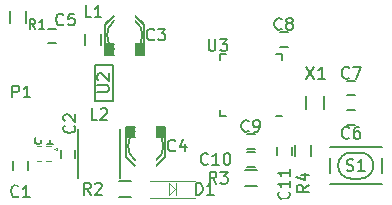
<source format=gbr>
G04 #@! TF.FileFunction,Legend,Top*
%FSLAX46Y46*%
G04 Gerber Fmt 4.6, Leading zero omitted, Abs format (unit mm)*
G04 Created by KiCad (PCBNEW (2015-08-16 BZR 6097, Git b384c94)-product) date 05/01/2016 15:12:39*
%MOMM*%
G01*
G04 APERTURE LIST*
%ADD10C,0.100000*%
%ADD11C,0.150000*%
%ADD12C,0.050000*%
%ADD13R,2.152400X2.152400*%
%ADD14R,1.752600X2.352040*%
%ADD15R,1.402400X0.752400*%
%ADD16R,1.052400X1.352400*%
%ADD17C,2.500000*%
%ADD18R,0.852400X0.402400*%
%ADD19R,0.402400X0.852400*%
%ADD20R,1.877400X1.877400*%
%ADD21R,1.352400X0.902400*%
%ADD22R,0.902400X1.352400*%
%ADD23R,1.352400X1.052400*%
%ADD24R,0.502400X0.332400*%
%ADD25R,0.452400X1.652400*%
%ADD26R,2.052400X1.252400*%
%ADD27R,1.202400X0.802400*%
%ADD28R,1.879600X2.184400*%
%ADD29R,1.750000X0.800000*%
%ADD30C,2.550000*%
%ADD31R,1.400000X1.750000*%
G04 APERTURE END LIST*
D10*
D11*
X164454000Y-90182000D02*
X163704000Y-90182000D01*
X166904000Y-89282000D02*
X166904000Y-90182000D01*
X166854000Y-89282000D02*
X166904000Y-89282000D01*
X166854000Y-90182000D02*
X166854000Y-89282000D01*
X166754000Y-90182000D02*
X166854000Y-90182000D01*
X166754000Y-89282000D02*
X166754000Y-90182000D01*
X166654000Y-89282000D02*
X166754000Y-89282000D01*
X166654000Y-90182000D02*
X166654000Y-89282000D01*
X166554000Y-90182000D02*
X166654000Y-90182000D01*
X166554000Y-89282000D02*
X166554000Y-90182000D01*
X166454000Y-89282000D02*
X166554000Y-89282000D01*
X166454000Y-90182000D02*
X166454000Y-89282000D01*
X166404000Y-90182000D02*
X166454000Y-90182000D01*
X166354000Y-90182000D02*
X166454000Y-90182000D01*
X166354000Y-89282000D02*
X166354000Y-90182000D01*
X163804000Y-89282000D02*
X163804000Y-90182000D01*
X163904000Y-89282000D02*
X163804000Y-89282000D01*
X163904000Y-90182000D02*
X163904000Y-89282000D01*
X164004000Y-90182000D02*
X163904000Y-90182000D01*
X164004000Y-89282000D02*
X164004000Y-90182000D01*
X164104000Y-89282000D02*
X164004000Y-89282000D01*
X164104000Y-90182000D02*
X164104000Y-89282000D01*
X164204000Y-90182000D02*
X164104000Y-90182000D01*
X164204000Y-89282000D02*
X164204000Y-90182000D01*
X164304000Y-89282000D02*
X164204000Y-89282000D01*
X164304000Y-90182000D02*
X164304000Y-89282000D01*
X164404000Y-90182000D02*
X164304000Y-90182000D01*
X164404000Y-89282000D02*
X164404000Y-90182000D01*
X166304000Y-90182000D02*
X166304000Y-89282000D01*
X166954000Y-90182000D02*
X166254000Y-90182000D01*
X164454000Y-89732000D02*
G75*
G03X164454000Y-92132000I900000J-1200000D01*
G01*
X166254000Y-92132000D02*
G75*
G03X166254000Y-89732000I-900000J1200000D01*
G01*
X163704000Y-91832000D02*
X164454000Y-92582000D01*
X163704000Y-89282000D02*
X163704000Y-91832000D01*
X164454000Y-89282000D02*
X163704000Y-89282000D01*
X166254000Y-89282000D02*
X167004000Y-89282000D01*
X167004000Y-89282000D02*
X167004000Y-91832000D01*
X167004000Y-91832000D02*
X166254000Y-92582000D01*
X163703000Y-89281000D02*
X163703000Y-91821000D01*
X163703000Y-91821000D02*
X164465000Y-92583000D01*
X166243000Y-92583000D02*
X167005000Y-91821000D01*
X164476000Y-82284000D02*
X165226000Y-82284000D01*
X162026000Y-83184000D02*
X162026000Y-82284000D01*
X162076000Y-83184000D02*
X162026000Y-83184000D01*
X162076000Y-82284000D02*
X162076000Y-83184000D01*
X162176000Y-82284000D02*
X162076000Y-82284000D01*
X162176000Y-83184000D02*
X162176000Y-82284000D01*
X162276000Y-83184000D02*
X162176000Y-83184000D01*
X162276000Y-82284000D02*
X162276000Y-83184000D01*
X162376000Y-82284000D02*
X162276000Y-82284000D01*
X162376000Y-83184000D02*
X162376000Y-82284000D01*
X162476000Y-83184000D02*
X162376000Y-83184000D01*
X162476000Y-82284000D02*
X162476000Y-83184000D01*
X162526000Y-82284000D02*
X162476000Y-82284000D01*
X162576000Y-82284000D02*
X162476000Y-82284000D01*
X162576000Y-83184000D02*
X162576000Y-82284000D01*
X165126000Y-83184000D02*
X165126000Y-82284000D01*
X165026000Y-83184000D02*
X165126000Y-83184000D01*
X165026000Y-82284000D02*
X165026000Y-83184000D01*
X164926000Y-82284000D02*
X165026000Y-82284000D01*
X164926000Y-83184000D02*
X164926000Y-82284000D01*
X164826000Y-83184000D02*
X164926000Y-83184000D01*
X164826000Y-82284000D02*
X164826000Y-83184000D01*
X164726000Y-82284000D02*
X164826000Y-82284000D01*
X164726000Y-83184000D02*
X164726000Y-82284000D01*
X164626000Y-83184000D02*
X164726000Y-83184000D01*
X164626000Y-82284000D02*
X164626000Y-83184000D01*
X164526000Y-82284000D02*
X164626000Y-82284000D01*
X164526000Y-83184000D02*
X164526000Y-82284000D01*
X162626000Y-82284000D02*
X162626000Y-83184000D01*
X161976000Y-82284000D02*
X162676000Y-82284000D01*
X164476000Y-82734000D02*
G75*
G03X164476000Y-80334000I-900000J1200000D01*
G01*
X162676000Y-80334000D02*
G75*
G03X162676000Y-82734000I900000J-1200000D01*
G01*
X165226000Y-80634000D02*
X164476000Y-79884000D01*
X165226000Y-83184000D02*
X165226000Y-80634000D01*
X164476000Y-83184000D02*
X165226000Y-83184000D01*
X162676000Y-83184000D02*
X161926000Y-83184000D01*
X161926000Y-83184000D02*
X161926000Y-80634000D01*
X161926000Y-80634000D02*
X162676000Y-79884000D01*
X165227000Y-83185000D02*
X165227000Y-80645000D01*
X165227000Y-80645000D02*
X164465000Y-79883000D01*
X162687000Y-79883000D02*
X161925000Y-80645000D01*
X161048000Y-84098000D02*
X162548000Y-84098000D01*
X162548000Y-84098000D02*
X162548000Y-87098000D01*
X162548000Y-87098000D02*
X161048000Y-87098000D01*
X161048000Y-87098000D02*
X161048000Y-84098000D01*
X161584000Y-81415000D02*
X161584000Y-82415000D01*
X160234000Y-82415000D02*
X160234000Y-81415000D01*
X153884000Y-80510000D02*
X153884000Y-79510000D01*
X155234000Y-79510000D02*
X155234000Y-80510000D01*
X171645500Y-88376500D02*
X171645500Y-87851500D01*
X176895500Y-83126500D02*
X176895500Y-83651500D01*
X171645500Y-83126500D02*
X171645500Y-83651500D01*
X176895500Y-88376500D02*
X176370500Y-88376500D01*
X176895500Y-83126500D02*
X176370500Y-83126500D01*
X171645500Y-83126500D02*
X172170500Y-83126500D01*
X171645500Y-88376500D02*
X172170500Y-88376500D01*
X174594000Y-91151000D02*
X173894000Y-91151000D01*
X173894000Y-89951000D02*
X174594000Y-89951000D01*
X159617000Y-89467000D02*
X159617000Y-93667000D01*
X163217000Y-89467000D02*
X163217000Y-93667000D01*
X157764000Y-82197500D02*
X157064000Y-82197500D01*
X157064000Y-80997500D02*
X157764000Y-80997500D01*
X182403000Y-87919000D02*
X183103000Y-87919000D01*
X183103000Y-89119000D02*
X182403000Y-89119000D01*
X182403000Y-85442500D02*
X183103000Y-85442500D01*
X183103000Y-86642500D02*
X182403000Y-86642500D01*
X177388000Y-82515000D02*
X176688000Y-82515000D01*
X176688000Y-81315000D02*
X177388000Y-81315000D01*
X174594000Y-92675000D02*
X173894000Y-92675000D01*
X173894000Y-91475000D02*
X174594000Y-91475000D01*
X177701500Y-91026500D02*
X177701500Y-91726500D01*
X176501500Y-91726500D02*
X176501500Y-91026500D01*
X164076000Y-95264600D02*
X163076000Y-95264600D01*
X163076000Y-93914600D02*
X164076000Y-93914600D01*
X174744000Y-94337500D02*
X173744000Y-94337500D01*
X173744000Y-92987500D02*
X174744000Y-92987500D01*
X178014000Y-91813000D02*
X178014000Y-90813000D01*
X179364000Y-90813000D02*
X179364000Y-91813000D01*
X159350000Y-91278000D02*
X159350000Y-91978000D01*
X158150000Y-91978000D02*
X158150000Y-91278000D01*
X155349500Y-92233000D02*
X155349500Y-92933000D01*
X154149500Y-92933000D02*
X154149500Y-92233000D01*
D10*
X167906800Y-94089600D02*
X167906800Y-95089600D01*
X167306800Y-94089600D02*
X167306800Y-95089600D01*
X167306800Y-95089600D02*
X167806800Y-94589600D01*
X167806800Y-94589600D02*
X167306800Y-94089600D01*
X165706800Y-95289600D02*
X169506800Y-95289600D01*
X169506800Y-93889600D02*
X165706800Y-93889600D01*
D12*
X157818000Y-91067000D02*
X157818000Y-91267000D01*
X157618000Y-91167000D02*
X157818000Y-91067000D01*
X157818000Y-91267000D02*
X157618000Y-91167000D01*
X157318000Y-90967000D02*
X156118000Y-90967000D01*
X157318000Y-92167000D02*
X156118000Y-92167000D01*
D11*
X178955000Y-87799000D02*
X178955000Y-86699000D01*
X180455000Y-87799000D02*
X180455000Y-86699000D01*
X183534000Y-91483000D02*
X182734000Y-91483000D01*
X183534000Y-93683000D02*
X182734000Y-93683000D01*
X181634000Y-92583000D02*
G75*
G03X182734000Y-93683000I1100000J0D01*
G01*
X182734000Y-91483000D02*
G75*
G03X181634000Y-92583000I0J-1100000D01*
G01*
X184634000Y-92583000D02*
G75*
G03X183534000Y-91483000I-1100000J0D01*
G01*
X183534000Y-93683000D02*
G75*
G03X184634000Y-92583000I0J1100000D01*
G01*
X180934000Y-91983000D02*
X180934000Y-93183000D01*
X185334000Y-91983000D02*
X185334000Y-93183000D01*
X185334000Y-94183000D02*
X180934000Y-94183000D01*
X180934000Y-90983000D02*
X185334000Y-90983000D01*
X167854334Y-91289143D02*
X167806715Y-91336762D01*
X167663858Y-91384381D01*
X167568620Y-91384381D01*
X167425762Y-91336762D01*
X167330524Y-91241524D01*
X167282905Y-91146286D01*
X167235286Y-90955810D01*
X167235286Y-90812952D01*
X167282905Y-90622476D01*
X167330524Y-90527238D01*
X167425762Y-90432000D01*
X167568620Y-90384381D01*
X167663858Y-90384381D01*
X167806715Y-90432000D01*
X167854334Y-90479619D01*
X168711477Y-90717714D02*
X168711477Y-91384381D01*
X168473381Y-90336762D02*
X168235286Y-91051048D01*
X168854334Y-91051048D01*
X166076334Y-81891143D02*
X166028715Y-81938762D01*
X165885858Y-81986381D01*
X165790620Y-81986381D01*
X165647762Y-81938762D01*
X165552524Y-81843524D01*
X165504905Y-81748286D01*
X165457286Y-81557810D01*
X165457286Y-81414952D01*
X165504905Y-81224476D01*
X165552524Y-81129238D01*
X165647762Y-81034000D01*
X165790620Y-80986381D01*
X165885858Y-80986381D01*
X166028715Y-81034000D01*
X166076334Y-81081619D01*
X166409667Y-80986381D02*
X167028715Y-80986381D01*
X166695381Y-81367333D01*
X166838239Y-81367333D01*
X166933477Y-81414952D01*
X166981096Y-81462571D01*
X167028715Y-81557810D01*
X167028715Y-81795905D01*
X166981096Y-81891143D01*
X166933477Y-81938762D01*
X166838239Y-81986381D01*
X166552524Y-81986381D01*
X166457286Y-81938762D01*
X166409667Y-81891143D01*
X161250381Y-86359905D02*
X162059905Y-86359905D01*
X162155143Y-86312286D01*
X162202762Y-86264667D01*
X162250381Y-86169429D01*
X162250381Y-85978952D01*
X162202762Y-85883714D01*
X162155143Y-85836095D01*
X162059905Y-85788476D01*
X161250381Y-85788476D01*
X161345619Y-85359905D02*
X161298000Y-85312286D01*
X161250381Y-85217048D01*
X161250381Y-84978952D01*
X161298000Y-84883714D01*
X161345619Y-84836095D01*
X161440857Y-84788476D01*
X161536095Y-84788476D01*
X161678952Y-84836095D01*
X162250381Y-85407524D01*
X162250381Y-84788476D01*
X160742334Y-80017881D02*
X160266143Y-80017881D01*
X160266143Y-79017881D01*
X161599477Y-80017881D02*
X161028048Y-80017881D01*
X161313762Y-80017881D02*
X161313762Y-79017881D01*
X161218524Y-79160738D01*
X161123286Y-79255976D01*
X161028048Y-79303595D01*
X156013167Y-81006905D02*
X155746500Y-80625952D01*
X155556024Y-81006905D02*
X155556024Y-80206905D01*
X155860786Y-80206905D01*
X155936977Y-80245000D01*
X155975072Y-80283095D01*
X156013167Y-80359286D01*
X156013167Y-80473571D01*
X155975072Y-80549762D01*
X155936977Y-80587857D01*
X155860786Y-80625952D01*
X155556024Y-80625952D01*
X156775072Y-81006905D02*
X156317929Y-81006905D01*
X156546500Y-81006905D02*
X156546500Y-80206905D01*
X156470310Y-80321190D01*
X156394119Y-80397381D01*
X156317929Y-80435476D01*
X170688095Y-81875381D02*
X170688095Y-82684905D01*
X170735714Y-82780143D01*
X170783333Y-82827762D01*
X170878571Y-82875381D01*
X171069048Y-82875381D01*
X171164286Y-82827762D01*
X171211905Y-82780143D01*
X171259524Y-82684905D01*
X171259524Y-81875381D01*
X171640476Y-81875381D02*
X172259524Y-81875381D01*
X171926190Y-82256333D01*
X172069048Y-82256333D01*
X172164286Y-82303952D01*
X172211905Y-82351571D01*
X172259524Y-82446810D01*
X172259524Y-82684905D01*
X172211905Y-82780143D01*
X172164286Y-82827762D01*
X172069048Y-82875381D01*
X171783333Y-82875381D01*
X171688095Y-82827762D01*
X171640476Y-82780143D01*
X174077334Y-89638143D02*
X174029715Y-89685762D01*
X173886858Y-89733381D01*
X173791620Y-89733381D01*
X173648762Y-89685762D01*
X173553524Y-89590524D01*
X173505905Y-89495286D01*
X173458286Y-89304810D01*
X173458286Y-89161952D01*
X173505905Y-88971476D01*
X173553524Y-88876238D01*
X173648762Y-88781000D01*
X173791620Y-88733381D01*
X173886858Y-88733381D01*
X174029715Y-88781000D01*
X174077334Y-88828619D01*
X174553524Y-89733381D02*
X174744000Y-89733381D01*
X174839239Y-89685762D01*
X174886858Y-89638143D01*
X174982096Y-89495286D01*
X175029715Y-89304810D01*
X175029715Y-88923857D01*
X174982096Y-88828619D01*
X174934477Y-88781000D01*
X174839239Y-88733381D01*
X174648762Y-88733381D01*
X174553524Y-88781000D01*
X174505905Y-88828619D01*
X174458286Y-88923857D01*
X174458286Y-89161952D01*
X174505905Y-89257190D01*
X174553524Y-89304810D01*
X174648762Y-89352429D01*
X174839239Y-89352429D01*
X174934477Y-89304810D01*
X174982096Y-89257190D01*
X175029715Y-89161952D01*
X161250334Y-88717381D02*
X160774143Y-88717381D01*
X160774143Y-87717381D01*
X161536048Y-87812619D02*
X161583667Y-87765000D01*
X161678905Y-87717381D01*
X161917001Y-87717381D01*
X162012239Y-87765000D01*
X162059858Y-87812619D01*
X162107477Y-87907857D01*
X162107477Y-88003095D01*
X162059858Y-88145952D01*
X161488429Y-88717381D01*
X162107477Y-88717381D01*
X158392834Y-80621143D02*
X158345215Y-80668762D01*
X158202358Y-80716381D01*
X158107120Y-80716381D01*
X157964262Y-80668762D01*
X157869024Y-80573524D01*
X157821405Y-80478286D01*
X157773786Y-80287810D01*
X157773786Y-80144952D01*
X157821405Y-79954476D01*
X157869024Y-79859238D01*
X157964262Y-79764000D01*
X158107120Y-79716381D01*
X158202358Y-79716381D01*
X158345215Y-79764000D01*
X158392834Y-79811619D01*
X159297596Y-79716381D02*
X158821405Y-79716381D01*
X158773786Y-80192571D01*
X158821405Y-80144952D01*
X158916643Y-80097333D01*
X159154739Y-80097333D01*
X159249977Y-80144952D01*
X159297596Y-80192571D01*
X159345215Y-80287810D01*
X159345215Y-80525905D01*
X159297596Y-80621143D01*
X159249977Y-80668762D01*
X159154739Y-80716381D01*
X158916643Y-80716381D01*
X158821405Y-80668762D01*
X158773786Y-80621143D01*
X182586334Y-90209643D02*
X182538715Y-90257262D01*
X182395858Y-90304881D01*
X182300620Y-90304881D01*
X182157762Y-90257262D01*
X182062524Y-90162024D01*
X182014905Y-90066786D01*
X181967286Y-89876310D01*
X181967286Y-89733452D01*
X182014905Y-89542976D01*
X182062524Y-89447738D01*
X182157762Y-89352500D01*
X182300620Y-89304881D01*
X182395858Y-89304881D01*
X182538715Y-89352500D01*
X182586334Y-89400119D01*
X183443477Y-89304881D02*
X183253000Y-89304881D01*
X183157762Y-89352500D01*
X183110143Y-89400119D01*
X183014905Y-89542976D01*
X182967286Y-89733452D01*
X182967286Y-90114405D01*
X183014905Y-90209643D01*
X183062524Y-90257262D01*
X183157762Y-90304881D01*
X183348239Y-90304881D01*
X183443477Y-90257262D01*
X183491096Y-90209643D01*
X183538715Y-90114405D01*
X183538715Y-89876310D01*
X183491096Y-89781071D01*
X183443477Y-89733452D01*
X183348239Y-89685833D01*
X183157762Y-89685833D01*
X183062524Y-89733452D01*
X183014905Y-89781071D01*
X182967286Y-89876310D01*
X182586334Y-85129643D02*
X182538715Y-85177262D01*
X182395858Y-85224881D01*
X182300620Y-85224881D01*
X182157762Y-85177262D01*
X182062524Y-85082024D01*
X182014905Y-84986786D01*
X181967286Y-84796310D01*
X181967286Y-84653452D01*
X182014905Y-84462976D01*
X182062524Y-84367738D01*
X182157762Y-84272500D01*
X182300620Y-84224881D01*
X182395858Y-84224881D01*
X182538715Y-84272500D01*
X182586334Y-84320119D01*
X182919667Y-84224881D02*
X183586334Y-84224881D01*
X183157762Y-85224881D01*
X176871334Y-81002143D02*
X176823715Y-81049762D01*
X176680858Y-81097381D01*
X176585620Y-81097381D01*
X176442762Y-81049762D01*
X176347524Y-80954524D01*
X176299905Y-80859286D01*
X176252286Y-80668810D01*
X176252286Y-80525952D01*
X176299905Y-80335476D01*
X176347524Y-80240238D01*
X176442762Y-80145000D01*
X176585620Y-80097381D01*
X176680858Y-80097381D01*
X176823715Y-80145000D01*
X176871334Y-80192619D01*
X177442762Y-80525952D02*
X177347524Y-80478333D01*
X177299905Y-80430714D01*
X177252286Y-80335476D01*
X177252286Y-80287857D01*
X177299905Y-80192619D01*
X177347524Y-80145000D01*
X177442762Y-80097381D01*
X177633239Y-80097381D01*
X177728477Y-80145000D01*
X177776096Y-80192619D01*
X177823715Y-80287857D01*
X177823715Y-80335476D01*
X177776096Y-80430714D01*
X177728477Y-80478333D01*
X177633239Y-80525952D01*
X177442762Y-80525952D01*
X177347524Y-80573571D01*
X177299905Y-80621190D01*
X177252286Y-80716429D01*
X177252286Y-80906905D01*
X177299905Y-81002143D01*
X177347524Y-81049762D01*
X177442762Y-81097381D01*
X177633239Y-81097381D01*
X177728477Y-81049762D01*
X177776096Y-81002143D01*
X177823715Y-80906905D01*
X177823715Y-80716429D01*
X177776096Y-80621190D01*
X177728477Y-80573571D01*
X177633239Y-80525952D01*
X170616643Y-92432143D02*
X170569024Y-92479762D01*
X170426167Y-92527381D01*
X170330929Y-92527381D01*
X170188071Y-92479762D01*
X170092833Y-92384524D01*
X170045214Y-92289286D01*
X169997595Y-92098810D01*
X169997595Y-91955952D01*
X170045214Y-91765476D01*
X170092833Y-91670238D01*
X170188071Y-91575000D01*
X170330929Y-91527381D01*
X170426167Y-91527381D01*
X170569024Y-91575000D01*
X170616643Y-91622619D01*
X171569024Y-92527381D02*
X170997595Y-92527381D01*
X171283309Y-92527381D02*
X171283309Y-91527381D01*
X171188071Y-91670238D01*
X171092833Y-91765476D01*
X170997595Y-91813095D01*
X172188071Y-91527381D02*
X172283310Y-91527381D01*
X172378548Y-91575000D01*
X172426167Y-91622619D01*
X172473786Y-91717857D01*
X172521405Y-91908333D01*
X172521405Y-92146429D01*
X172473786Y-92336905D01*
X172426167Y-92432143D01*
X172378548Y-92479762D01*
X172283310Y-92527381D01*
X172188071Y-92527381D01*
X172092833Y-92479762D01*
X172045214Y-92432143D01*
X171997595Y-92336905D01*
X171949976Y-92146429D01*
X171949976Y-91908333D01*
X171997595Y-91717857D01*
X172045214Y-91622619D01*
X172092833Y-91575000D01*
X172188071Y-91527381D01*
X177458643Y-94813357D02*
X177506262Y-94860976D01*
X177553881Y-95003833D01*
X177553881Y-95099071D01*
X177506262Y-95241929D01*
X177411024Y-95337167D01*
X177315786Y-95384786D01*
X177125310Y-95432405D01*
X176982452Y-95432405D01*
X176791976Y-95384786D01*
X176696738Y-95337167D01*
X176601500Y-95241929D01*
X176553881Y-95099071D01*
X176553881Y-95003833D01*
X176601500Y-94860976D01*
X176649119Y-94813357D01*
X177553881Y-93860976D02*
X177553881Y-94432405D01*
X177553881Y-94146691D02*
X176553881Y-94146691D01*
X176696738Y-94241929D01*
X176791976Y-94337167D01*
X176839595Y-94432405D01*
X177553881Y-92908595D02*
X177553881Y-93480024D01*
X177553881Y-93194310D02*
X176553881Y-93194310D01*
X176696738Y-93289548D01*
X176791976Y-93384786D01*
X176839595Y-93480024D01*
X160699334Y-95041981D02*
X160366000Y-94565790D01*
X160127905Y-95041981D02*
X160127905Y-94041981D01*
X160508858Y-94041981D01*
X160604096Y-94089600D01*
X160651715Y-94137219D01*
X160699334Y-94232457D01*
X160699334Y-94375314D01*
X160651715Y-94470552D01*
X160604096Y-94518171D01*
X160508858Y-94565790D01*
X160127905Y-94565790D01*
X161080286Y-94137219D02*
X161127905Y-94089600D01*
X161223143Y-94041981D01*
X161461239Y-94041981D01*
X161556477Y-94089600D01*
X161604096Y-94137219D01*
X161651715Y-94232457D01*
X161651715Y-94327695D01*
X161604096Y-94470552D01*
X161032667Y-95041981D01*
X161651715Y-95041981D01*
X171346834Y-94114881D02*
X171013500Y-93638690D01*
X170775405Y-94114881D02*
X170775405Y-93114881D01*
X171156358Y-93114881D01*
X171251596Y-93162500D01*
X171299215Y-93210119D01*
X171346834Y-93305357D01*
X171346834Y-93448214D01*
X171299215Y-93543452D01*
X171251596Y-93591071D01*
X171156358Y-93638690D01*
X170775405Y-93638690D01*
X171680167Y-93114881D02*
X172299215Y-93114881D01*
X171965881Y-93495833D01*
X172108739Y-93495833D01*
X172203977Y-93543452D01*
X172251596Y-93591071D01*
X172299215Y-93686310D01*
X172299215Y-93924405D01*
X172251596Y-94019643D01*
X172203977Y-94067262D01*
X172108739Y-94114881D01*
X171823024Y-94114881D01*
X171727786Y-94067262D01*
X171680167Y-94019643D01*
X179141381Y-94210166D02*
X178665190Y-94543500D01*
X179141381Y-94781595D02*
X178141381Y-94781595D01*
X178141381Y-94400642D01*
X178189000Y-94305404D01*
X178236619Y-94257785D01*
X178331857Y-94210166D01*
X178474714Y-94210166D01*
X178569952Y-94257785D01*
X178617571Y-94305404D01*
X178665190Y-94400642D01*
X178665190Y-94781595D01*
X178474714Y-93353023D02*
X179141381Y-93353023D01*
X178093762Y-93591119D02*
X178808048Y-93829214D01*
X178808048Y-93210166D01*
X159297643Y-89193666D02*
X159345262Y-89241285D01*
X159392881Y-89384142D01*
X159392881Y-89479380D01*
X159345262Y-89622238D01*
X159250024Y-89717476D01*
X159154786Y-89765095D01*
X158964310Y-89812714D01*
X158821452Y-89812714D01*
X158630976Y-89765095D01*
X158535738Y-89717476D01*
X158440500Y-89622238D01*
X158392881Y-89479380D01*
X158392881Y-89384142D01*
X158440500Y-89241285D01*
X158488119Y-89193666D01*
X158488119Y-88812714D02*
X158440500Y-88765095D01*
X158392881Y-88669857D01*
X158392881Y-88431761D01*
X158440500Y-88336523D01*
X158488119Y-88288904D01*
X158583357Y-88241285D01*
X158678595Y-88241285D01*
X158821452Y-88288904D01*
X159392881Y-88860333D01*
X159392881Y-88241285D01*
X154582834Y-95162643D02*
X154535215Y-95210262D01*
X154392358Y-95257881D01*
X154297120Y-95257881D01*
X154154262Y-95210262D01*
X154059024Y-95115024D01*
X154011405Y-95019786D01*
X153963786Y-94829310D01*
X153963786Y-94686452D01*
X154011405Y-94495976D01*
X154059024Y-94400738D01*
X154154262Y-94305500D01*
X154297120Y-94257881D01*
X154392358Y-94257881D01*
X154535215Y-94305500D01*
X154582834Y-94353119D01*
X155535215Y-95257881D02*
X154963786Y-95257881D01*
X155249500Y-95257881D02*
X155249500Y-94257881D01*
X155154262Y-94400738D01*
X155059024Y-94495976D01*
X154963786Y-94543595D01*
X169599205Y-95041981D02*
X169599205Y-94041981D01*
X169837300Y-94041981D01*
X169980158Y-94089600D01*
X170075396Y-94184838D01*
X170123015Y-94280076D01*
X170170634Y-94470552D01*
X170170634Y-94613410D01*
X170123015Y-94803886D01*
X170075396Y-94899124D01*
X169980158Y-94994362D01*
X169837300Y-95041981D01*
X169599205Y-95041981D01*
X171123015Y-95041981D02*
X170551586Y-95041981D01*
X170837300Y-95041981D02*
X170837300Y-94041981D01*
X170742062Y-94184838D01*
X170646824Y-94280076D01*
X170551586Y-94327695D01*
X155956095Y-89749381D02*
X155956095Y-90558905D01*
X156003714Y-90654143D01*
X156051333Y-90701762D01*
X156146571Y-90749381D01*
X156337048Y-90749381D01*
X156432286Y-90701762D01*
X156479905Y-90654143D01*
X156527524Y-90558905D01*
X156527524Y-89749381D01*
X157527524Y-90749381D02*
X156956095Y-90749381D01*
X157241809Y-90749381D02*
X157241809Y-89749381D01*
X157146571Y-89892238D01*
X157051333Y-89987476D01*
X156956095Y-90035095D01*
X178958976Y-84224881D02*
X179625643Y-85224881D01*
X179625643Y-84224881D02*
X178958976Y-85224881D01*
X180530405Y-85224881D02*
X179958976Y-85224881D01*
X180244690Y-85224881D02*
X180244690Y-84224881D01*
X180149452Y-84367738D01*
X180054214Y-84462976D01*
X179958976Y-84510595D01*
X182372095Y-92987762D02*
X182514952Y-93035381D01*
X182753048Y-93035381D01*
X182848286Y-92987762D01*
X182895905Y-92940143D01*
X182943524Y-92844905D01*
X182943524Y-92749667D01*
X182895905Y-92654429D01*
X182848286Y-92606810D01*
X182753048Y-92559190D01*
X182562571Y-92511571D01*
X182467333Y-92463952D01*
X182419714Y-92416333D01*
X182372095Y-92321095D01*
X182372095Y-92225857D01*
X182419714Y-92130619D01*
X182467333Y-92083000D01*
X182562571Y-92035381D01*
X182800667Y-92035381D01*
X182943524Y-92083000D01*
X183895905Y-93035381D02*
X183324476Y-93035381D01*
X183610190Y-93035381D02*
X183610190Y-92035381D01*
X183514952Y-92178238D01*
X183419714Y-92273476D01*
X183324476Y-92321095D01*
X154074905Y-86812381D02*
X154074905Y-85812381D01*
X154455858Y-85812381D01*
X154551096Y-85860000D01*
X154598715Y-85907619D01*
X154646334Y-86002857D01*
X154646334Y-86145714D01*
X154598715Y-86240952D01*
X154551096Y-86288571D01*
X154455858Y-86336190D01*
X154074905Y-86336190D01*
X155598715Y-86812381D02*
X155027286Y-86812381D01*
X155313000Y-86812381D02*
X155313000Y-85812381D01*
X155217762Y-85955238D01*
X155122524Y-86050476D01*
X155027286Y-86098095D01*
%LPC*%
D13*
X185420000Y-78740000D03*
X187325000Y-78740000D03*
D14*
X165354000Y-92433140D03*
X165354000Y-89430860D03*
X163576000Y-80032860D03*
X163576000Y-83035140D03*
D15*
X163548000Y-84648000D03*
X163548000Y-85598000D03*
X163548000Y-86548000D03*
X160048000Y-86548000D03*
X160048000Y-85598000D03*
X160048000Y-84648000D03*
D16*
X160909000Y-83015000D03*
X160909000Y-80815000D03*
D17*
X182753000Y-78867000D03*
D16*
X154559000Y-78910000D03*
X154559000Y-81110000D03*
D18*
X176670500Y-87501500D03*
X176670500Y-87001500D03*
X176670500Y-86501500D03*
X176670500Y-86001500D03*
X176670500Y-85501500D03*
X176670500Y-85001500D03*
X176670500Y-84501500D03*
X176670500Y-84001500D03*
D19*
X176020500Y-83351500D03*
X175520500Y-83351500D03*
X175020500Y-83351500D03*
X174520500Y-83351500D03*
X174020500Y-83351500D03*
X173520500Y-83351500D03*
X173020500Y-83351500D03*
X172520500Y-83351500D03*
D18*
X171870500Y-84001500D03*
X171870500Y-84501500D03*
X171870500Y-85001500D03*
X171870500Y-85501500D03*
X171870500Y-86001500D03*
X171870500Y-86501500D03*
X171870500Y-87001500D03*
X171870500Y-87501500D03*
D19*
X172520500Y-88151500D03*
X173020500Y-88151500D03*
X173520500Y-88151500D03*
X174020500Y-88151500D03*
X174520500Y-88151500D03*
X175020500Y-88151500D03*
X175520500Y-88151500D03*
X176020500Y-88151500D03*
D20*
X173408000Y-84889000D03*
X173408000Y-86614000D03*
X175133000Y-84889000D03*
X175133000Y-86614000D03*
D21*
X175194000Y-90551000D03*
X173294000Y-90551000D03*
D10*
G36*
X159740800Y-89390800D02*
X163093200Y-89390800D01*
X163093200Y-91343200D01*
X159740800Y-91343200D01*
X159740800Y-89390800D01*
X159740800Y-89390800D01*
G37*
G36*
X159740800Y-91790800D02*
X163093200Y-91790800D01*
X163093200Y-93743200D01*
X159740800Y-93743200D01*
X159740800Y-91790800D01*
X159740800Y-91790800D01*
G37*
D21*
X158364000Y-81597500D03*
X156464000Y-81597500D03*
X181803000Y-88519000D03*
X183703000Y-88519000D03*
X181803000Y-86042500D03*
X183703000Y-86042500D03*
X177988000Y-81915000D03*
X176088000Y-81915000D03*
X175194000Y-92075000D03*
X173294000Y-92075000D03*
D22*
X177101500Y-90426500D03*
X177101500Y-92326500D03*
D23*
X162476000Y-94589600D03*
X164676000Y-94589600D03*
X173144000Y-93662500D03*
X175344000Y-93662500D03*
D16*
X178689000Y-90213000D03*
X178689000Y-92413000D03*
D22*
X158750000Y-90678000D03*
X158750000Y-92578000D03*
X154749500Y-91633000D03*
X154749500Y-93533000D03*
D23*
X166506800Y-94589600D03*
X168706800Y-94589600D03*
D24*
X157243000Y-91967000D03*
X157243000Y-91567000D03*
X157243000Y-91167000D03*
X156193000Y-91167000D03*
X156193000Y-91567000D03*
X156193000Y-91967000D03*
D25*
X156718000Y-91567000D03*
D17*
X156718000Y-94107000D03*
X156718000Y-78867000D03*
D26*
X179705000Y-88499000D03*
X179705000Y-85999000D03*
D27*
X180534000Y-93658000D03*
X185734000Y-93658000D03*
X185734000Y-91508000D03*
X180534000Y-91508000D03*
D28*
X185420000Y-98425000D03*
X182880000Y-98425000D03*
X180340000Y-98425000D03*
X177800000Y-98425000D03*
X175260000Y-98425000D03*
X172720000Y-98425000D03*
X170180000Y-98425000D03*
X167640000Y-98425000D03*
X165100000Y-98425000D03*
X162560000Y-98425000D03*
X160020000Y-98425000D03*
X157480000Y-98425000D03*
X154940000Y-98425000D03*
X154940000Y-96520000D03*
X157480000Y-96520000D03*
X160020000Y-96520000D03*
X162560000Y-96520000D03*
X165100000Y-96520000D03*
X167640000Y-96520000D03*
X170180000Y-96520000D03*
X172720000Y-96520000D03*
X175260000Y-96520000D03*
X177800000Y-96520000D03*
X180340000Y-96520000D03*
X182880000Y-96520000D03*
X185420000Y-96520000D03*
X154940000Y-74295000D03*
X157480000Y-74295000D03*
X160020000Y-74295000D03*
X162560000Y-74295000D03*
X165100000Y-74295000D03*
X167640000Y-74295000D03*
X170180000Y-74295000D03*
X172720000Y-74295000D03*
X175260000Y-74295000D03*
X177800000Y-74295000D03*
X180340000Y-74295000D03*
X182880000Y-74295000D03*
X185420000Y-74295000D03*
X185420000Y-76200000D03*
X182880000Y-76200000D03*
X180340000Y-76200000D03*
X177800000Y-76200000D03*
X175260000Y-76200000D03*
X172720000Y-76200000D03*
X170180000Y-76200000D03*
X167640000Y-76200000D03*
X165100000Y-76200000D03*
X162560000Y-76200000D03*
X160020000Y-76200000D03*
X157480000Y-76200000D03*
X154940000Y-76200000D03*
D29*
X157538800Y-85060000D03*
X157538800Y-85710000D03*
X157538800Y-86360000D03*
X157538800Y-87010000D03*
X157538800Y-87660000D03*
D30*
X154863800Y-83135000D03*
X154863800Y-89585000D03*
D31*
X157113800Y-89560000D03*
X157113800Y-83160000D03*
M02*

</source>
